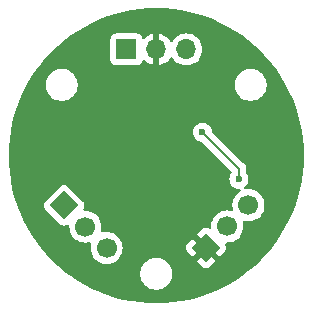
<source format=gbr>
%TF.GenerationSoftware,KiCad,Pcbnew,8.0.8*%
%TF.CreationDate,2025-03-13T11:30:44-04:00*%
%TF.ProjectId,Anemosens Sensor,416e656d-6f73-4656-9e73-2053656e736f,rev?*%
%TF.SameCoordinates,Original*%
%TF.FileFunction,Copper,L2,Bot*%
%TF.FilePolarity,Positive*%
%FSLAX46Y46*%
G04 Gerber Fmt 4.6, Leading zero omitted, Abs format (unit mm)*
G04 Created by KiCad (PCBNEW 8.0.8) date 2025-03-13 11:30:44*
%MOMM*%
%LPD*%
G01*
G04 APERTURE LIST*
G04 Aperture macros list*
%AMHorizOval*
0 Thick line with rounded ends*
0 $1 width*
0 $2 $3 position (X,Y) of the first rounded end (center of the circle)*
0 $4 $5 position (X,Y) of the second rounded end (center of the circle)*
0 Add line between two ends*
20,1,$1,$2,$3,$4,$5,0*
0 Add two circle primitives to create the rounded ends*
1,1,$1,$2,$3*
1,1,$1,$4,$5*%
%AMRotRect*
0 Rectangle, with rotation*
0 The origin of the aperture is its center*
0 $1 length*
0 $2 width*
0 $3 Rotation angle, in degrees counterclockwise*
0 Add horizontal line*
21,1,$1,$2,0,0,$3*%
G04 Aperture macros list end*
%TA.AperFunction,ComponentPad*%
%ADD10RotRect,1.700000X1.700000X135.000000*%
%TD*%
%TA.AperFunction,ComponentPad*%
%ADD11HorizOval,1.700000X0.000000X0.000000X0.000000X0.000000X0*%
%TD*%
%TA.AperFunction,ComponentPad*%
%ADD12RotRect,1.700000X1.700000X45.000000*%
%TD*%
%TA.AperFunction,ComponentPad*%
%ADD13HorizOval,1.700000X0.000000X0.000000X0.000000X0.000000X0*%
%TD*%
%TA.AperFunction,ComponentPad*%
%ADD14R,1.700000X1.700000*%
%TD*%
%TA.AperFunction,ComponentPad*%
%ADD15O,1.700000X1.700000*%
%TD*%
%TA.AperFunction,ViaPad*%
%ADD16C,0.600000*%
%TD*%
%TA.AperFunction,Conductor*%
%ADD17C,0.200000*%
%TD*%
G04 APERTURE END LIST*
D10*
%TO.P,J2,1,Pin_1*%
%TO.N,GND*%
X140214555Y-100785445D03*
D11*
%TO.P,J2,2,Pin_2*%
%TO.N,/HALL_OUT*%
X142010606Y-98989394D03*
%TO.P,J2,3,Pin_3*%
%TO.N,/MAG_INT*%
X143806657Y-97193343D03*
%TD*%
D12*
%TO.P,J1,1,Pin_1*%
%TO.N,/SDA*%
X128203949Y-97203949D03*
D13*
%TO.P,J1,2,Pin_2*%
%TO.N,/SCL*%
X130000000Y-99000000D03*
%TO.P,J1,3,Pin_3*%
%TO.N,+3.3V*%
X131796051Y-100796051D03*
%TD*%
D14*
%TO.P,J3,1,Pin_1*%
%TO.N,+3.3V*%
X133475000Y-84000000D03*
D15*
%TO.P,J3,2,Pin_2*%
%TO.N,GND*%
X136015000Y-84000000D03*
%TO.P,J3,3,Pin_3*%
%TO.N,/HALL_OUT*%
X138555000Y-84000000D03*
%TD*%
D16*
%TO.N,GND*%
X143075000Y-92000000D03*
X137876171Y-91888608D03*
%TO.N,/MAG_INT*%
X143000000Y-95000000D03*
X139912500Y-91000000D03*
%TD*%
D17*
%TO.N,/MAG_INT*%
X143000000Y-94087500D02*
X139912500Y-91000000D01*
X143000000Y-95000000D02*
X143000000Y-94087500D01*
%TD*%
%TA.AperFunction,Conductor*%
%TO.N,GND*%
G36*
X136697391Y-80520066D02*
G01*
X136704304Y-80520455D01*
X137396064Y-80578804D01*
X137402920Y-80579576D01*
X138090315Y-80676620D01*
X138097137Y-80677780D01*
X138777999Y-80813212D01*
X138784732Y-80814748D01*
X139456958Y-80988150D01*
X139463609Y-80990067D01*
X140125019Y-81200877D01*
X140131555Y-81203164D01*
X140780122Y-81450735D01*
X140786515Y-81453383D01*
X141420164Y-81736923D01*
X141426410Y-81739931D01*
X141584660Y-81821685D01*
X142043151Y-82058547D01*
X142049238Y-82061911D01*
X142647138Y-82414603D01*
X142653028Y-82418304D01*
X143230215Y-82803968D01*
X143235887Y-82807993D01*
X143790523Y-83225399D01*
X143795961Y-83229735D01*
X143905425Y-83322169D01*
X144159050Y-83536337D01*
X144326336Y-83677597D01*
X144331518Y-83682227D01*
X144835971Y-84159146D01*
X144840853Y-84164028D01*
X145126272Y-84465925D01*
X145317767Y-84668476D01*
X145322402Y-84673663D01*
X145770264Y-85204038D01*
X145774600Y-85209476D01*
X146192006Y-85764112D01*
X146196031Y-85769784D01*
X146581695Y-86346971D01*
X146585396Y-86352861D01*
X146938088Y-86950761D01*
X146941452Y-86956848D01*
X147260063Y-87573579D01*
X147263081Y-87579846D01*
X147546609Y-88213468D01*
X147549271Y-88219894D01*
X147796830Y-88868429D01*
X147799127Y-88874994D01*
X148009927Y-89536373D01*
X148011853Y-89543057D01*
X148185245Y-90215243D01*
X148186792Y-90222024D01*
X148322216Y-90902844D01*
X148323381Y-90909701D01*
X148420419Y-91597051D01*
X148421198Y-91603963D01*
X148479543Y-92295679D01*
X148479933Y-92302623D01*
X148499402Y-92996522D01*
X148499402Y-93003478D01*
X148479933Y-93697376D01*
X148479543Y-93704320D01*
X148421198Y-94396036D01*
X148420419Y-94402948D01*
X148323381Y-95090298D01*
X148322216Y-95097155D01*
X148186792Y-95777975D01*
X148185245Y-95784756D01*
X148011853Y-96456942D01*
X148009927Y-96463626D01*
X147799127Y-97125005D01*
X147796830Y-97131570D01*
X147549271Y-97780105D01*
X147546609Y-97786531D01*
X147263081Y-98420153D01*
X147260063Y-98426420D01*
X146941452Y-99043151D01*
X146938088Y-99049238D01*
X146585396Y-99647138D01*
X146581695Y-99653028D01*
X146196031Y-100230215D01*
X146192006Y-100235887D01*
X145774600Y-100790523D01*
X145770264Y-100795961D01*
X145322402Y-101326336D01*
X145317767Y-101331523D01*
X144840871Y-101835953D01*
X144835953Y-101840871D01*
X144331523Y-102317767D01*
X144326336Y-102322402D01*
X143795961Y-102770264D01*
X143790523Y-102774600D01*
X143235887Y-103192006D01*
X143230215Y-103196031D01*
X142653028Y-103581695D01*
X142647138Y-103585396D01*
X142049238Y-103938088D01*
X142043151Y-103941452D01*
X141426420Y-104260063D01*
X141420153Y-104263081D01*
X140786531Y-104546609D01*
X140780105Y-104549271D01*
X140131570Y-104796830D01*
X140125005Y-104799127D01*
X139463626Y-105009927D01*
X139456942Y-105011853D01*
X138784756Y-105185245D01*
X138777975Y-105186792D01*
X138097155Y-105322216D01*
X138090298Y-105323381D01*
X137402948Y-105420419D01*
X137396036Y-105421198D01*
X136704320Y-105479543D01*
X136697376Y-105479933D01*
X136003478Y-105499402D01*
X135996522Y-105499402D01*
X135302623Y-105479933D01*
X135295679Y-105479543D01*
X134603963Y-105421198D01*
X134597051Y-105420419D01*
X133909701Y-105323381D01*
X133902844Y-105322216D01*
X133222024Y-105186792D01*
X133215243Y-105185245D01*
X132543057Y-105011853D01*
X132536373Y-105009927D01*
X131874994Y-104799127D01*
X131868429Y-104796830D01*
X131219894Y-104549271D01*
X131213468Y-104546609D01*
X130579846Y-104263081D01*
X130573579Y-104260063D01*
X129956848Y-103941452D01*
X129950761Y-103938088D01*
X129352861Y-103585396D01*
X129346971Y-103581695D01*
X128769784Y-103196031D01*
X128764112Y-103192006D01*
X128367750Y-102893713D01*
X134649500Y-102893713D01*
X134649500Y-103106286D01*
X134682753Y-103316239D01*
X134748444Y-103518414D01*
X134844951Y-103707820D01*
X134969890Y-103879786D01*
X135120213Y-104030109D01*
X135292179Y-104155048D01*
X135292181Y-104155049D01*
X135292184Y-104155051D01*
X135481588Y-104251557D01*
X135683757Y-104317246D01*
X135893713Y-104350500D01*
X135893714Y-104350500D01*
X136106286Y-104350500D01*
X136106287Y-104350500D01*
X136316243Y-104317246D01*
X136518412Y-104251557D01*
X136707816Y-104155051D01*
X136729789Y-104139086D01*
X136879786Y-104030109D01*
X136879788Y-104030106D01*
X136879792Y-104030104D01*
X137030104Y-103879792D01*
X137030106Y-103879788D01*
X137030109Y-103879786D01*
X137155048Y-103707820D01*
X137155047Y-103707820D01*
X137155051Y-103707816D01*
X137251557Y-103518412D01*
X137317246Y-103316243D01*
X137350500Y-103106287D01*
X137350500Y-102893713D01*
X137317246Y-102683757D01*
X137251557Y-102481588D01*
X137155051Y-102292184D01*
X137155049Y-102292181D01*
X137155048Y-102292179D01*
X137030109Y-102120213D01*
X136879786Y-101969890D01*
X136707820Y-101844951D01*
X136518414Y-101748444D01*
X136518413Y-101748443D01*
X136518412Y-101748443D01*
X136316243Y-101682754D01*
X136316241Y-101682753D01*
X136316240Y-101682753D01*
X136154957Y-101657208D01*
X136106287Y-101649500D01*
X135893713Y-101649500D01*
X135845042Y-101657208D01*
X135683760Y-101682753D01*
X135481585Y-101748444D01*
X135292179Y-101844951D01*
X135120213Y-101969890D01*
X134969890Y-102120213D01*
X134844951Y-102292179D01*
X134748444Y-102481585D01*
X134682753Y-102683760D01*
X134649500Y-102893713D01*
X128367750Y-102893713D01*
X128209476Y-102774600D01*
X128204038Y-102770264D01*
X127673663Y-102322402D01*
X127668476Y-102317767D01*
X127492832Y-102151710D01*
X127164028Y-101840853D01*
X127159146Y-101835971D01*
X126682227Y-101331518D01*
X126677597Y-101326336D01*
X126480099Y-101092452D01*
X126229735Y-100795961D01*
X126225399Y-100790523D01*
X125807993Y-100235887D01*
X125803968Y-100230215D01*
X125427792Y-99667228D01*
X125418303Y-99653026D01*
X125414603Y-99647138D01*
X125320710Y-99487967D01*
X125061909Y-99049234D01*
X125058547Y-99043151D01*
X125036253Y-98999997D01*
X124739931Y-98426410D01*
X124736918Y-98420153D01*
X124713303Y-98367378D01*
X124453383Y-97786515D01*
X124450735Y-97780122D01*
X124230798Y-97203949D01*
X126496221Y-97203949D01*
X126516701Y-97346404D01*
X126516702Y-97346408D01*
X126576488Y-97477319D01*
X126576489Y-97477320D01*
X126576490Y-97477322D01*
X126614109Y-97524005D01*
X126614112Y-97524008D01*
X126614117Y-97524014D01*
X127673550Y-98583444D01*
X127883893Y-98793787D01*
X127883897Y-98793790D01*
X127883899Y-98793792D01*
X127930575Y-98831408D01*
X128061489Y-98891195D01*
X128061490Y-98891195D01*
X128061492Y-98891196D01*
X128203949Y-98911677D01*
X128346406Y-98891196D01*
X128473067Y-98833350D01*
X128542225Y-98823407D01*
X128605781Y-98852431D01*
X128643556Y-98911209D01*
X128648107Y-98956952D01*
X128644341Y-98999997D01*
X128644341Y-99000000D01*
X128664936Y-99235403D01*
X128664938Y-99235413D01*
X128726094Y-99463655D01*
X128726096Y-99463659D01*
X128726097Y-99463663D01*
X128811653Y-99647138D01*
X128825965Y-99677830D01*
X128825967Y-99677834D01*
X128881790Y-99757557D01*
X128961505Y-99871401D01*
X129128599Y-100038495D01*
X129225384Y-100106265D01*
X129322165Y-100174032D01*
X129322167Y-100174033D01*
X129322170Y-100174035D01*
X129536337Y-100273903D01*
X129764592Y-100335063D01*
X129952918Y-100351539D01*
X129999999Y-100355659D01*
X130000000Y-100355659D01*
X130000001Y-100355659D01*
X130039234Y-100352226D01*
X130235408Y-100335063D01*
X130336099Y-100308083D01*
X130405949Y-100309746D01*
X130463811Y-100348909D01*
X130491315Y-100413137D01*
X130487967Y-100459950D01*
X130460990Y-100560634D01*
X130460987Y-100560647D01*
X130440392Y-100796050D01*
X130440392Y-100796051D01*
X130460987Y-101031454D01*
X130460989Y-101031464D01*
X130522145Y-101259706D01*
X130522147Y-101259710D01*
X130522148Y-101259714D01*
X130622016Y-101473881D01*
X130622018Y-101473885D01*
X130684601Y-101563262D01*
X130757556Y-101667452D01*
X130924650Y-101834546D01*
X130939510Y-101844951D01*
X131118216Y-101970083D01*
X131118218Y-101970084D01*
X131118221Y-101970086D01*
X131332388Y-102069954D01*
X131560643Y-102131114D01*
X131748969Y-102147590D01*
X131796050Y-102151710D01*
X131796051Y-102151710D01*
X131796052Y-102151710D01*
X131835285Y-102148277D01*
X132031459Y-102131114D01*
X132259714Y-102069954D01*
X132473881Y-101970086D01*
X132667452Y-101834546D01*
X132834546Y-101667452D01*
X132970086Y-101473881D01*
X133069954Y-101259714D01*
X133131114Y-101031459D01*
X133151710Y-100796051D01*
X133150782Y-100785445D01*
X138507332Y-100785445D01*
X138527792Y-100927758D01*
X138527793Y-100927763D01*
X138587519Y-101058542D01*
X138625099Y-101105177D01*
X139083184Y-101563262D01*
X139731592Y-100914853D01*
X139748630Y-100978438D01*
X139814456Y-101092452D01*
X139907548Y-101185544D01*
X140021562Y-101251370D01*
X140085146Y-101268407D01*
X139436738Y-101916816D01*
X139894822Y-102374900D01*
X139941457Y-102412480D01*
X140072236Y-102472206D01*
X140072241Y-102472207D01*
X140214555Y-102492667D01*
X140356868Y-102472207D01*
X140356873Y-102472206D01*
X140487652Y-102412480D01*
X140534287Y-102374900D01*
X140534291Y-102374896D01*
X140992372Y-101916816D01*
X140343963Y-101268407D01*
X140407548Y-101251370D01*
X140521562Y-101185544D01*
X140614654Y-101092452D01*
X140680480Y-100978438D01*
X140697517Y-100914853D01*
X141345926Y-101563262D01*
X141804006Y-101105181D01*
X141804010Y-101105177D01*
X141841590Y-101058542D01*
X141901316Y-100927763D01*
X141901317Y-100927758D01*
X141921777Y-100785445D01*
X141901317Y-100643131D01*
X141901316Y-100643127D01*
X141843384Y-100516276D01*
X141833440Y-100447118D01*
X141862464Y-100383562D01*
X141921242Y-100345787D01*
X141966983Y-100341236D01*
X142010606Y-100345053D01*
X142246014Y-100324457D01*
X142474269Y-100263297D01*
X142688436Y-100163429D01*
X142882007Y-100027889D01*
X143049101Y-99860795D01*
X143184641Y-99667224D01*
X143284509Y-99453057D01*
X143345669Y-99224802D01*
X143366265Y-98989394D01*
X143345669Y-98753986D01*
X143318689Y-98653294D01*
X143320352Y-98583444D01*
X143359515Y-98525582D01*
X143423743Y-98498078D01*
X143470557Y-98501426D01*
X143571249Y-98528406D01*
X143759575Y-98544882D01*
X143806656Y-98549002D01*
X143806657Y-98549002D01*
X143806658Y-98549002D01*
X143845891Y-98545569D01*
X144042065Y-98528406D01*
X144270320Y-98467246D01*
X144484487Y-98367378D01*
X144678058Y-98231838D01*
X144845152Y-98064744D01*
X144980692Y-97871173D01*
X145080560Y-97657006D01*
X145141720Y-97428751D01*
X145162316Y-97193343D01*
X145141720Y-96957935D01*
X145080560Y-96729680D01*
X144980692Y-96515514D01*
X144942035Y-96460305D01*
X144845151Y-96321940D01*
X144678059Y-96154849D01*
X144678052Y-96154844D01*
X144484491Y-96019310D01*
X144484487Y-96019308D01*
X144432826Y-95995218D01*
X144270320Y-95919440D01*
X144270316Y-95919439D01*
X144270312Y-95919437D01*
X144042070Y-95858281D01*
X144042060Y-95858279D01*
X143806658Y-95837684D01*
X143806655Y-95837684D01*
X143580408Y-95857478D01*
X143511908Y-95843711D01*
X143461725Y-95795096D01*
X143445792Y-95727067D01*
X143469167Y-95661224D01*
X143497354Y-95634834D01*
X143496816Y-95634159D01*
X143502256Y-95629819D01*
X143502262Y-95629816D01*
X143629816Y-95502262D01*
X143725789Y-95349522D01*
X143785368Y-95179255D01*
X143785369Y-95179249D01*
X143805565Y-95000003D01*
X143805565Y-94999996D01*
X143785369Y-94820750D01*
X143785368Y-94820745D01*
X143725788Y-94650476D01*
X143629813Y-94497734D01*
X143627550Y-94494896D01*
X143626659Y-94492715D01*
X143626111Y-94491842D01*
X143626264Y-94491745D01*
X143601144Y-94430209D01*
X143600500Y-94417587D01*
X143600500Y-94008445D01*
X143600500Y-94008443D01*
X143559577Y-93855716D01*
X143487671Y-93731170D01*
X143480524Y-93718790D01*
X143480521Y-93718786D01*
X143480520Y-93718784D01*
X143368716Y-93606980D01*
X143368715Y-93606979D01*
X143364385Y-93602649D01*
X143364374Y-93602639D01*
X140743200Y-90981465D01*
X140709715Y-90920142D01*
X140707663Y-90907686D01*
X140697868Y-90820745D01*
X140638289Y-90650478D01*
X140542316Y-90497738D01*
X140414762Y-90370184D01*
X140262023Y-90274211D01*
X140091754Y-90214631D01*
X140091749Y-90214630D01*
X139912504Y-90194435D01*
X139912496Y-90194435D01*
X139733250Y-90214630D01*
X139733245Y-90214631D01*
X139562976Y-90274211D01*
X139410237Y-90370184D01*
X139282684Y-90497737D01*
X139186711Y-90650476D01*
X139127131Y-90820745D01*
X139127130Y-90820750D01*
X139106935Y-90999996D01*
X139106935Y-91000003D01*
X139127130Y-91179249D01*
X139127131Y-91179254D01*
X139186711Y-91349523D01*
X139282684Y-91502262D01*
X139410238Y-91629816D01*
X139562978Y-91725789D01*
X139733245Y-91785368D01*
X139820169Y-91795161D01*
X139884580Y-91822226D01*
X139893965Y-91830700D01*
X142363181Y-94299916D01*
X142396666Y-94361239D01*
X142399500Y-94387597D01*
X142399500Y-94417587D01*
X142379815Y-94484626D01*
X142372450Y-94494896D01*
X142370186Y-94497734D01*
X142274211Y-94650476D01*
X142214631Y-94820745D01*
X142214630Y-94820750D01*
X142194435Y-94999996D01*
X142194435Y-95000003D01*
X142214630Y-95179249D01*
X142214631Y-95179254D01*
X142274211Y-95349523D01*
X142366388Y-95496221D01*
X142370184Y-95502262D01*
X142497738Y-95629816D01*
X142650478Y-95725789D01*
X142799617Y-95777975D01*
X142820745Y-95785368D01*
X142820750Y-95785369D01*
X142999996Y-95805565D01*
X143000000Y-95805565D01*
X143033412Y-95801800D01*
X143102232Y-95813854D01*
X143153613Y-95861202D01*
X143171238Y-95928812D01*
X143149513Y-95995218D01*
X143118420Y-96026595D01*
X142935251Y-96154851D01*
X142768162Y-96321940D01*
X142632622Y-96515512D01*
X142632621Y-96515514D01*
X142532755Y-96729678D01*
X142532751Y-96729687D01*
X142471595Y-96957929D01*
X142471593Y-96957939D01*
X142450998Y-97193342D01*
X142450998Y-97193343D01*
X142471593Y-97428746D01*
X142471596Y-97428759D01*
X142498573Y-97529443D01*
X142496910Y-97599293D01*
X142457747Y-97657155D01*
X142393518Y-97684658D01*
X142346706Y-97681310D01*
X142246022Y-97654333D01*
X142246018Y-97654332D01*
X142246014Y-97654331D01*
X142246012Y-97654330D01*
X142246009Y-97654330D01*
X142010607Y-97633735D01*
X142010605Y-97633735D01*
X141775202Y-97654330D01*
X141775192Y-97654332D01*
X141546950Y-97715488D01*
X141546941Y-97715492D01*
X141332777Y-97815358D01*
X141332775Y-97815359D01*
X141139203Y-97950899D01*
X140972111Y-98117991D01*
X140836571Y-98311563D01*
X140836570Y-98311565D01*
X140763976Y-98467244D01*
X140736773Y-98525582D01*
X140736704Y-98525729D01*
X140736700Y-98525738D01*
X140675544Y-98753980D01*
X140675542Y-98753990D01*
X140654947Y-98989393D01*
X140654947Y-98989396D01*
X140658763Y-99033014D01*
X140644996Y-99101514D01*
X140596381Y-99151697D01*
X140528352Y-99167630D01*
X140483723Y-99156615D01*
X140356872Y-99098683D01*
X140356868Y-99098682D01*
X140214555Y-99078222D01*
X140072241Y-99098682D01*
X140072236Y-99098683D01*
X139941457Y-99158409D01*
X139894822Y-99195989D01*
X139894818Y-99195993D01*
X139436738Y-99654074D01*
X140085146Y-100302482D01*
X140021562Y-100319520D01*
X139907548Y-100385346D01*
X139814456Y-100478438D01*
X139748630Y-100592452D01*
X139731592Y-100656036D01*
X139083184Y-100007628D01*
X138625103Y-100465708D01*
X138625099Y-100465712D01*
X138587519Y-100512347D01*
X138527793Y-100643126D01*
X138527792Y-100643131D01*
X138507332Y-100785445D01*
X133150782Y-100785445D01*
X133131114Y-100560643D01*
X133069954Y-100332388D01*
X132970086Y-100118222D01*
X132914260Y-100038493D01*
X132834545Y-99924648D01*
X132667453Y-99757557D01*
X132667446Y-99757552D01*
X132473885Y-99622018D01*
X132473881Y-99622016D01*
X132369300Y-99573249D01*
X132259714Y-99522148D01*
X132259710Y-99522147D01*
X132259706Y-99522145D01*
X132031464Y-99460989D01*
X132031454Y-99460987D01*
X131796052Y-99440392D01*
X131796050Y-99440392D01*
X131560647Y-99460987D01*
X131560634Y-99460990D01*
X131459950Y-99487967D01*
X131390100Y-99486304D01*
X131332238Y-99447140D01*
X131304735Y-99382912D01*
X131308083Y-99336099D01*
X131310771Y-99326068D01*
X131335063Y-99235408D01*
X131355659Y-99000000D01*
X131335063Y-98764592D01*
X131273903Y-98536337D01*
X131174035Y-98322171D01*
X131166608Y-98311563D01*
X131038494Y-98128597D01*
X130871402Y-97961506D01*
X130871395Y-97961501D01*
X130677834Y-97825967D01*
X130677830Y-97825965D01*
X130655083Y-97815358D01*
X130463663Y-97726097D01*
X130463659Y-97726096D01*
X130463655Y-97726094D01*
X130235413Y-97664938D01*
X130235403Y-97664936D01*
X130000001Y-97644341D01*
X129999998Y-97644341D01*
X129956952Y-97648107D01*
X129888452Y-97634340D01*
X129838269Y-97585725D01*
X129822336Y-97517696D01*
X129833351Y-97473067D01*
X129853588Y-97428756D01*
X129891196Y-97346406D01*
X129911677Y-97203949D01*
X129891196Y-97061492D01*
X129843904Y-96957939D01*
X129831409Y-96930578D01*
X129831408Y-96930577D01*
X129831408Y-96930576D01*
X129793789Y-96883893D01*
X129793784Y-96883888D01*
X129793780Y-96883883D01*
X128524008Y-95614114D01*
X128524002Y-95614109D01*
X128523998Y-95614105D01*
X128477322Y-95576489D01*
X128346408Y-95516702D01*
X128346404Y-95516701D01*
X128203949Y-95496221D01*
X128061493Y-95516701D01*
X128061489Y-95516702D01*
X127930578Y-95576488D01*
X127883883Y-95614117D01*
X126614114Y-96883889D01*
X126614105Y-96883899D01*
X126576489Y-96930575D01*
X126516702Y-97061489D01*
X126516701Y-97061493D01*
X126496221Y-97203949D01*
X124230798Y-97203949D01*
X124203164Y-97131555D01*
X124200872Y-97125005D01*
X124180628Y-97061489D01*
X123990067Y-96463609D01*
X123988150Y-96456958D01*
X123814748Y-95784732D01*
X123813212Y-95777999D01*
X123677780Y-95097137D01*
X123676620Y-95090315D01*
X123579576Y-94402920D01*
X123578804Y-94396064D01*
X123520455Y-93704304D01*
X123520066Y-93697376D01*
X123517530Y-93606978D01*
X123500597Y-93003457D01*
X123500597Y-92996542D01*
X123520066Y-92302606D01*
X123520454Y-92295697D01*
X123578804Y-91603931D01*
X123579576Y-91597083D01*
X123676621Y-90909678D01*
X123677778Y-90902867D01*
X123813214Y-90221992D01*
X123814746Y-90215274D01*
X123988153Y-89543031D01*
X123990064Y-89536399D01*
X124200880Y-88874968D01*
X124203159Y-88868455D01*
X124450739Y-88219865D01*
X124453378Y-88213496D01*
X124736929Y-87579821D01*
X124739924Y-87573603D01*
X125058556Y-86956830D01*
X125061900Y-86950779D01*
X125095562Y-86893713D01*
X126649500Y-86893713D01*
X126649500Y-87106287D01*
X126682754Y-87316243D01*
X126686966Y-87329207D01*
X126748444Y-87518414D01*
X126844951Y-87707820D01*
X126969890Y-87879786D01*
X127120213Y-88030109D01*
X127292179Y-88155048D01*
X127292181Y-88155049D01*
X127292184Y-88155051D01*
X127481588Y-88251557D01*
X127683757Y-88317246D01*
X127893713Y-88350500D01*
X127893714Y-88350500D01*
X128106286Y-88350500D01*
X128106287Y-88350500D01*
X128316243Y-88317246D01*
X128518412Y-88251557D01*
X128707816Y-88155051D01*
X128729789Y-88139086D01*
X128879786Y-88030109D01*
X128879788Y-88030106D01*
X128879792Y-88030104D01*
X129030104Y-87879792D01*
X129030106Y-87879788D01*
X129030109Y-87879786D01*
X129155048Y-87707820D01*
X129155047Y-87707820D01*
X129155051Y-87707816D01*
X129251557Y-87518412D01*
X129317246Y-87316243D01*
X129350500Y-87106287D01*
X129350500Y-86893713D01*
X142649500Y-86893713D01*
X142649500Y-87106287D01*
X142682754Y-87316243D01*
X142686966Y-87329207D01*
X142748444Y-87518414D01*
X142844951Y-87707820D01*
X142969890Y-87879786D01*
X143120213Y-88030109D01*
X143292179Y-88155048D01*
X143292181Y-88155049D01*
X143292184Y-88155051D01*
X143481588Y-88251557D01*
X143683757Y-88317246D01*
X143893713Y-88350500D01*
X143893714Y-88350500D01*
X144106286Y-88350500D01*
X144106287Y-88350500D01*
X144316243Y-88317246D01*
X144518412Y-88251557D01*
X144707816Y-88155051D01*
X144729789Y-88139086D01*
X144879786Y-88030109D01*
X144879788Y-88030106D01*
X144879792Y-88030104D01*
X145030104Y-87879792D01*
X145030106Y-87879788D01*
X145030109Y-87879786D01*
X145155048Y-87707820D01*
X145155047Y-87707820D01*
X145155051Y-87707816D01*
X145251557Y-87518412D01*
X145317246Y-87316243D01*
X145350500Y-87106287D01*
X145350500Y-86893713D01*
X145317246Y-86683757D01*
X145251557Y-86481588D01*
X145155051Y-86292184D01*
X145155049Y-86292181D01*
X145155048Y-86292179D01*
X145030109Y-86120213D01*
X144879786Y-85969890D01*
X144707820Y-85844951D01*
X144518414Y-85748444D01*
X144518413Y-85748443D01*
X144518412Y-85748443D01*
X144316243Y-85682754D01*
X144316241Y-85682753D01*
X144316240Y-85682753D01*
X144154957Y-85657208D01*
X144106287Y-85649500D01*
X143893713Y-85649500D01*
X143845042Y-85657208D01*
X143683760Y-85682753D01*
X143481585Y-85748444D01*
X143292179Y-85844951D01*
X143120213Y-85969890D01*
X142969890Y-86120213D01*
X142844951Y-86292179D01*
X142748444Y-86481585D01*
X142682753Y-86683760D01*
X142649500Y-86893713D01*
X129350500Y-86893713D01*
X129317246Y-86683757D01*
X129251557Y-86481588D01*
X129155051Y-86292184D01*
X129155049Y-86292181D01*
X129155048Y-86292179D01*
X129030109Y-86120213D01*
X128879786Y-85969890D01*
X128707820Y-85844951D01*
X128518414Y-85748444D01*
X128518413Y-85748443D01*
X128518412Y-85748443D01*
X128316243Y-85682754D01*
X128316241Y-85682753D01*
X128316240Y-85682753D01*
X128154957Y-85657208D01*
X128106287Y-85649500D01*
X127893713Y-85649500D01*
X127845042Y-85657208D01*
X127683760Y-85682753D01*
X127481585Y-85748444D01*
X127292179Y-85844951D01*
X127120213Y-85969890D01*
X126969890Y-86120213D01*
X126844951Y-86292179D01*
X126748444Y-86481585D01*
X126682753Y-86683760D01*
X126649500Y-86893713D01*
X125095562Y-86893713D01*
X125414614Y-86352842D01*
X125418292Y-86346988D01*
X125803978Y-85769768D01*
X125807981Y-85764127D01*
X126225409Y-85209463D01*
X126229725Y-85204050D01*
X126677617Y-84673639D01*
X126682211Y-84668498D01*
X127159163Y-84164010D01*
X127164010Y-84159163D01*
X127668498Y-83682211D01*
X127673639Y-83677617D01*
X128204050Y-83229725D01*
X128209463Y-83225409D01*
X128373265Y-83102135D01*
X132124500Y-83102135D01*
X132124500Y-84897870D01*
X132124501Y-84897876D01*
X132130908Y-84957483D01*
X132181202Y-85092328D01*
X132181206Y-85092335D01*
X132267452Y-85207544D01*
X132267455Y-85207547D01*
X132382664Y-85293793D01*
X132382671Y-85293797D01*
X132517517Y-85344091D01*
X132517516Y-85344091D01*
X132524444Y-85344835D01*
X132577127Y-85350500D01*
X134372872Y-85350499D01*
X134432483Y-85344091D01*
X134567331Y-85293796D01*
X134682546Y-85207546D01*
X134768796Y-85092331D01*
X134818002Y-84960401D01*
X134859872Y-84904468D01*
X134925337Y-84880050D01*
X134993610Y-84894901D01*
X135021865Y-84916053D01*
X135143917Y-85038105D01*
X135337421Y-85173600D01*
X135551507Y-85273429D01*
X135551516Y-85273433D01*
X135765000Y-85330634D01*
X135765000Y-84433012D01*
X135822007Y-84465925D01*
X135949174Y-84500000D01*
X136080826Y-84500000D01*
X136207993Y-84465925D01*
X136265000Y-84433012D01*
X136265000Y-85330633D01*
X136478483Y-85273433D01*
X136478492Y-85273429D01*
X136692578Y-85173600D01*
X136886082Y-85038105D01*
X137053105Y-84871082D01*
X137183119Y-84685405D01*
X137237696Y-84641781D01*
X137307195Y-84634588D01*
X137369549Y-84666110D01*
X137386269Y-84685405D01*
X137516505Y-84871401D01*
X137683599Y-85038495D01*
X137780384Y-85106265D01*
X137877165Y-85174032D01*
X137877167Y-85174033D01*
X137877170Y-85174035D01*
X138091337Y-85273903D01*
X138319592Y-85335063D01*
X138496034Y-85350500D01*
X138554999Y-85355659D01*
X138555000Y-85355659D01*
X138555001Y-85355659D01*
X138613966Y-85350500D01*
X138790408Y-85335063D01*
X139018663Y-85273903D01*
X139232830Y-85174035D01*
X139426401Y-85038495D01*
X139593495Y-84871401D01*
X139729035Y-84677830D01*
X139828903Y-84463663D01*
X139890063Y-84235408D01*
X139910659Y-84000000D01*
X139890063Y-83764592D01*
X139828903Y-83536337D01*
X139729035Y-83322171D01*
X139723731Y-83314595D01*
X139593494Y-83128597D01*
X139426402Y-82961506D01*
X139426395Y-82961501D01*
X139232834Y-82825967D01*
X139232830Y-82825965D01*
X139185657Y-82803968D01*
X139018663Y-82726097D01*
X139018659Y-82726096D01*
X139018655Y-82726094D01*
X138790413Y-82664938D01*
X138790403Y-82664936D01*
X138555001Y-82644341D01*
X138554999Y-82644341D01*
X138319596Y-82664936D01*
X138319586Y-82664938D01*
X138091344Y-82726094D01*
X138091335Y-82726098D01*
X137877171Y-82825964D01*
X137877169Y-82825965D01*
X137683597Y-82961505D01*
X137516508Y-83128594D01*
X137386269Y-83314595D01*
X137331692Y-83358219D01*
X137262193Y-83365412D01*
X137199839Y-83333890D01*
X137183119Y-83314594D01*
X137053113Y-83128926D01*
X137053108Y-83128920D01*
X136886082Y-82961894D01*
X136692578Y-82826399D01*
X136478492Y-82726570D01*
X136478486Y-82726567D01*
X136265000Y-82669364D01*
X136265000Y-83566988D01*
X136207993Y-83534075D01*
X136080826Y-83500000D01*
X135949174Y-83500000D01*
X135822007Y-83534075D01*
X135765000Y-83566988D01*
X135765000Y-82669364D01*
X135764999Y-82669364D01*
X135551513Y-82726567D01*
X135551507Y-82726570D01*
X135337422Y-82826399D01*
X135337420Y-82826400D01*
X135143926Y-82961886D01*
X135021865Y-83083947D01*
X134960542Y-83117431D01*
X134890850Y-83112447D01*
X134834917Y-83070575D01*
X134818002Y-83039598D01*
X134768797Y-82907671D01*
X134768793Y-82907664D01*
X134682547Y-82792455D01*
X134682544Y-82792452D01*
X134567335Y-82706206D01*
X134567328Y-82706202D01*
X134432482Y-82655908D01*
X134432483Y-82655908D01*
X134372883Y-82649501D01*
X134372881Y-82649500D01*
X134372873Y-82649500D01*
X134372864Y-82649500D01*
X132577129Y-82649500D01*
X132577123Y-82649501D01*
X132517516Y-82655908D01*
X132382671Y-82706202D01*
X132382664Y-82706206D01*
X132267455Y-82792452D01*
X132267452Y-82792455D01*
X132181206Y-82907664D01*
X132181202Y-82907671D01*
X132130908Y-83042517D01*
X132124501Y-83102116D01*
X132124500Y-83102135D01*
X128373265Y-83102135D01*
X128764127Y-82807981D01*
X128769768Y-82803978D01*
X129346988Y-82418292D01*
X129352842Y-82414614D01*
X129950779Y-82061900D01*
X129956830Y-82058556D01*
X130573603Y-81739924D01*
X130579821Y-81736929D01*
X131213496Y-81453378D01*
X131219865Y-81450739D01*
X131868455Y-81203159D01*
X131874968Y-81200880D01*
X132536399Y-80990064D01*
X132543031Y-80988153D01*
X133215274Y-80814746D01*
X133221992Y-80813214D01*
X133902867Y-80677778D01*
X133909678Y-80676621D01*
X134597083Y-80579576D01*
X134603931Y-80578804D01*
X135295697Y-80520454D01*
X135302606Y-80520066D01*
X135996543Y-80500597D01*
X136003457Y-80500597D01*
X136697391Y-80520066D01*
G37*
%TD.AperFunction*%
%TD*%
M02*

</source>
